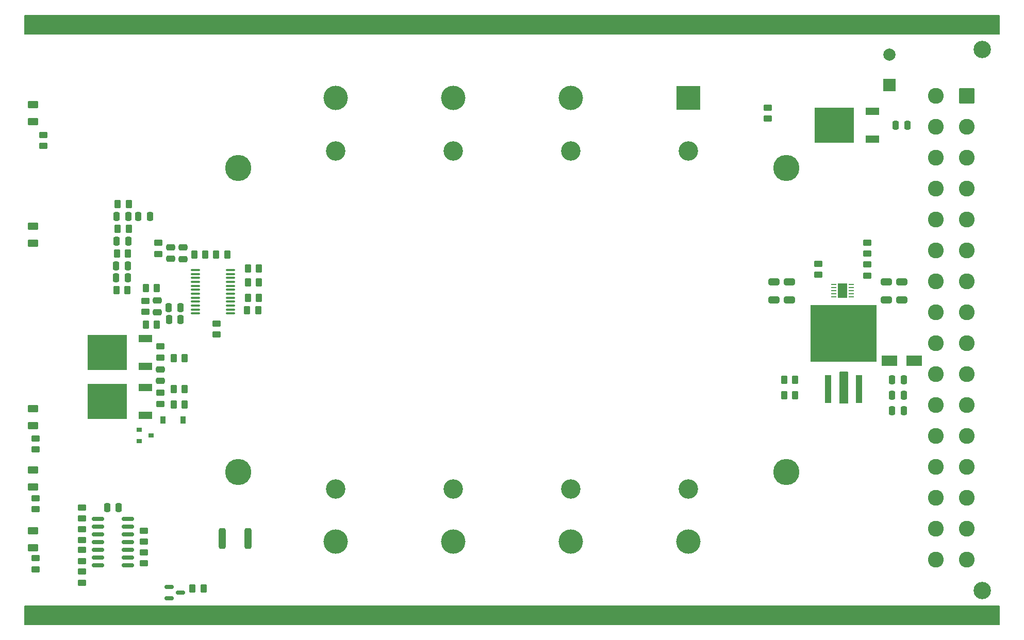
<source format=gbr>
G04 #@! TF.GenerationSoftware,KiCad,Pcbnew,(6.0.5)*
G04 #@! TF.CreationDate,2022-06-04T15:18:32+02:00*
G04 #@! TF.ProjectId,ADRmu_battery,4144526d-755f-4626-9174-746572792e6b,0.4*
G04 #@! TF.SameCoordinates,Original*
G04 #@! TF.FileFunction,Soldermask,Top*
G04 #@! TF.FilePolarity,Negative*
%FSLAX46Y46*%
G04 Gerber Fmt 4.6, Leading zero omitted, Abs format (unit mm)*
G04 Created by KiCad (PCBNEW (6.0.5)) date 2022-06-04 15:18:32*
%MOMM*%
%LPD*%
G01*
G04 APERTURE LIST*
G04 Aperture macros list*
%AMRoundRect*
0 Rectangle with rounded corners*
0 $1 Rounding radius*
0 $2 $3 $4 $5 $6 $7 $8 $9 X,Y pos of 4 corners*
0 Add a 4 corners polygon primitive as box body*
4,1,4,$2,$3,$4,$5,$6,$7,$8,$9,$2,$3,0*
0 Add four circle primitives for the rounded corners*
1,1,$1+$1,$2,$3*
1,1,$1+$1,$4,$5*
1,1,$1+$1,$6,$7*
1,1,$1+$1,$8,$9*
0 Add four rect primitives between the rounded corners*
20,1,$1+$1,$2,$3,$4,$5,0*
20,1,$1+$1,$4,$5,$6,$7,0*
20,1,$1+$1,$6,$7,$8,$9,0*
20,1,$1+$1,$8,$9,$2,$3,0*%
G04 Aperture macros list end*
%ADD10C,0.150000*%
%ADD11RoundRect,0.250000X0.250000X0.475000X-0.250000X0.475000X-0.250000X-0.475000X0.250000X-0.475000X0*%
%ADD12RoundRect,0.250000X-0.475000X0.250000X-0.475000X-0.250000X0.475000X-0.250000X0.475000X0.250000X0*%
%ADD13RoundRect,0.250000X-0.250000X-0.475000X0.250000X-0.475000X0.250000X0.475000X-0.250000X0.475000X0*%
%ADD14C,4.300000*%
%ADD15R,2.000000X2.000000*%
%ADD16C,2.000000*%
%ADD17R,2.200000X1.200000*%
%ADD18R,6.400000X5.800000*%
%ADD19RoundRect,0.150000X-0.825000X-0.150000X0.825000X-0.150000X0.825000X0.150000X-0.825000X0.150000X0*%
%ADD20RoundRect,0.250000X0.650000X-0.325000X0.650000X0.325000X-0.650000X0.325000X-0.650000X-0.325000X0*%
%ADD21RoundRect,0.250000X0.312500X1.450000X-0.312500X1.450000X-0.312500X-1.450000X0.312500X-1.450000X0*%
%ADD22RoundRect,0.250000X-0.262500X-0.450000X0.262500X-0.450000X0.262500X0.450000X-0.262500X0.450000X0*%
%ADD23C,3.200000*%
%ADD24R,4.000000X4.000000*%
%ADD25C,4.000000*%
%ADD26RoundRect,0.250000X0.450000X-0.262500X0.450000X0.262500X-0.450000X0.262500X-0.450000X-0.262500X0*%
%ADD27R,1.100000X4.600000*%
%ADD28R,10.800000X9.400000*%
%ADD29RoundRect,0.250000X-0.450000X0.262500X-0.450000X-0.262500X0.450000X-0.262500X0.450000X0.262500X0*%
%ADD30RoundRect,0.250000X-0.625000X0.375000X-0.625000X-0.375000X0.625000X-0.375000X0.625000X0.375000X0*%
%ADD31RoundRect,0.250000X0.262500X0.450000X-0.262500X0.450000X-0.262500X-0.450000X0.262500X-0.450000X0*%
%ADD32RoundRect,0.250000X0.475000X-0.250000X0.475000X0.250000X-0.475000X0.250000X-0.475000X-0.250000X0*%
%ADD33R,0.900000X1.200000*%
%ADD34RoundRect,0.150000X-0.587500X-0.150000X0.587500X-0.150000X0.587500X0.150000X-0.587500X0.150000X0*%
%ADD35R,0.900000X0.800000*%
%ADD36C,2.850000*%
%ADD37RoundRect,0.250000X-1.050000X1.050000X-1.050000X-1.050000X1.050000X-1.050000X1.050000X1.050000X0*%
%ADD38C,2.600000*%
%ADD39R,2.500000X1.800000*%
%ADD40RoundRect,0.100000X-0.637500X-0.100000X0.637500X-0.100000X0.637500X0.100000X-0.637500X0.100000X0*%
%ADD41RoundRect,0.062500X0.362500X0.062500X-0.362500X0.062500X-0.362500X-0.062500X0.362500X-0.062500X0*%
%ADD42R,1.650000X2.380000*%
G04 APERTURE END LIST*
D10*
X70000000Y-150000000D02*
X230000000Y-150000000D01*
X230000000Y-150000000D02*
X230000000Y-147000000D01*
X230000000Y-147000000D02*
X70000000Y-147000000D01*
X70000000Y-147000000D02*
X70000000Y-150000000D01*
G36*
X70000000Y-150000000D02*
G01*
X230000000Y-150000000D01*
X230000000Y-147000000D01*
X70000000Y-147000000D01*
X70000000Y-150000000D01*
G37*
X70000000Y-50000000D02*
X230000000Y-50000000D01*
X230000000Y-50000000D02*
X230000000Y-53000000D01*
X230000000Y-53000000D02*
X70000000Y-53000000D01*
X70000000Y-53000000D02*
X70000000Y-50000000D01*
G36*
X70000000Y-50000000D02*
G01*
X230000000Y-50000000D01*
X230000000Y-53000000D01*
X70000000Y-53000000D01*
X70000000Y-50000000D01*
G37*
X205105000Y-108585000D02*
X203835000Y-108585000D01*
X203835000Y-108585000D02*
X203835000Y-113665000D01*
X203835000Y-113665000D02*
X205105000Y-113665000D01*
X205105000Y-113665000D02*
X205105000Y-108585000D01*
G36*
X205105000Y-108585000D02*
G01*
X203835000Y-108585000D01*
X203835000Y-113665000D01*
X205105000Y-113665000D01*
X205105000Y-108585000D01*
G37*
D11*
G04 #@! TO.C,C110*
X95584865Y-99940000D03*
X93684865Y-99940000D03*
G04 #@! TD*
D12*
G04 #@! TO.C,C108*
X93968000Y-88068000D03*
X93968000Y-89968000D03*
G04 #@! TD*
D13*
G04 #@! TO.C,C116*
X212410000Y-114935000D03*
X214310000Y-114935000D03*
G04 #@! TD*
D14*
G04 #@! TO.C,H104*
X195000000Y-75000000D03*
G04 #@! TD*
D15*
G04 #@! TO.C,C113*
X212000000Y-61367677D03*
D16*
X212000000Y-56367677D03*
G04 #@! TD*
D17*
G04 #@! TO.C,Q102*
X89806500Y-115681000D03*
D18*
X83506500Y-113401000D03*
D17*
X89806500Y-111121000D03*
G04 #@! TD*
D19*
G04 #@! TO.C,U105*
X81980000Y-132715000D03*
X81980000Y-133985000D03*
X81980000Y-135255000D03*
X81980000Y-136525000D03*
X81980000Y-137795000D03*
X81980000Y-139065000D03*
X81980000Y-140335000D03*
X86930000Y-140335000D03*
X86930000Y-139065000D03*
X86930000Y-137795000D03*
X86930000Y-136525000D03*
X86930000Y-135255000D03*
X86930000Y-133985000D03*
X86930000Y-132715000D03*
G04 #@! TD*
D20*
G04 #@! TO.C,HS104*
X213995000Y-96725000D03*
X213995000Y-93775000D03*
G04 #@! TD*
D17*
G04 #@! TO.C,U103*
X209200000Y-70280000D03*
D18*
X202900000Y-68000000D03*
D17*
X209200000Y-65720000D03*
G04 #@! TD*
D21*
G04 #@! TO.C,F101*
X106680000Y-135890000D03*
X102405000Y-135890000D03*
G04 #@! TD*
D22*
G04 #@! TO.C,R107*
X89844000Y-94765000D03*
X91669000Y-94765000D03*
G04 #@! TD*
D23*
G04 #@! TO.C,B101*
X159650000Y-127805000D03*
X178950000Y-127805000D03*
X140350000Y-127805000D03*
X178950000Y-72195000D03*
X140350000Y-72195000D03*
X121050000Y-127805000D03*
X121050000Y-72195000D03*
X159650000Y-72195000D03*
D24*
X178950000Y-63550000D03*
D25*
X178950000Y-136450000D03*
X159650000Y-63550000D03*
X159650000Y-136450000D03*
X140350000Y-63550000D03*
X140350000Y-136450000D03*
X121050000Y-63550000D03*
X121050000Y-136450000D03*
G04 #@! TD*
D22*
G04 #@! TO.C,R120*
X101437500Y-89272000D03*
X103262500Y-89272000D03*
G04 #@! TD*
D11*
G04 #@! TO.C,C117*
X85405000Y-130810000D03*
X83505000Y-130810000D03*
G04 #@! TD*
D22*
G04 #@! TO.C,R129*
X97512500Y-144145000D03*
X99337500Y-144145000D03*
G04 #@! TD*
D20*
G04 #@! TO.C,HS103*
X211455000Y-96725000D03*
X211455000Y-93775000D03*
G04 #@! TD*
D26*
G04 #@! TO.C,R135*
X79375000Y-143152500D03*
X79375000Y-141327500D03*
G04 #@! TD*
D27*
G04 #@! TO.C,U104*
X201930000Y-111385000D03*
D28*
X204470000Y-102235000D03*
D27*
X207010000Y-111385000D03*
G04 #@! TD*
D29*
G04 #@! TO.C,R108*
X89756500Y-96852500D03*
X89756500Y-98677500D03*
G04 #@! TD*
D22*
G04 #@! TO.C,R105*
X85134500Y-89051000D03*
X86959500Y-89051000D03*
G04 #@! TD*
D26*
G04 #@! TO.C,R137*
X89535000Y-139977500D03*
X89535000Y-138152500D03*
G04 #@! TD*
D29*
G04 #@! TO.C,R127*
X71755000Y-129262500D03*
X71755000Y-131087500D03*
G04 #@! TD*
D17*
G04 #@! TO.C,Q101*
X89806500Y-107631000D03*
D18*
X83506500Y-105351000D03*
D17*
X89806500Y-103071000D03*
G04 #@! TD*
D30*
G04 #@! TO.C,D103*
X71375000Y-84600000D03*
X71375000Y-87400000D03*
G04 #@! TD*
D11*
G04 #@! TO.C,C112*
X214900000Y-68000000D03*
X213000000Y-68000000D03*
G04 #@! TD*
D14*
G04 #@! TO.C,H101*
X195000000Y-125000000D03*
G04 #@! TD*
D31*
G04 #@! TO.C,R130*
X196492500Y-109855000D03*
X194667500Y-109855000D03*
G04 #@! TD*
D26*
G04 #@! TO.C,R118*
X101500000Y-102412500D03*
X101500000Y-100587500D03*
G04 #@! TD*
D31*
G04 #@! TO.C,R119*
X108342500Y-98416000D03*
X106517500Y-98416000D03*
G04 #@! TD*
D32*
G04 #@! TO.C,C106*
X96000000Y-90000000D03*
X96000000Y-88100000D03*
G04 #@! TD*
D26*
G04 #@! TO.C,R134*
X79375000Y-139620000D03*
X79375000Y-137795000D03*
G04 #@! TD*
D29*
G04 #@! TO.C,R123*
X208290000Y-87267500D03*
X208290000Y-89092500D03*
G04 #@! TD*
D33*
G04 #@! TO.C,D101*
X92675500Y-116450000D03*
X95975500Y-116450000D03*
G04 #@! TD*
D29*
G04 #@! TO.C,R124*
X208290000Y-90855000D03*
X208290000Y-92680000D03*
G04 #@! TD*
D14*
G04 #@! TO.C,H102*
X105000000Y-75000000D03*
G04 #@! TD*
D22*
G04 #@! TO.C,R104*
X85238000Y-84987000D03*
X87063000Y-84987000D03*
G04 #@! TD*
D30*
G04 #@! TO.C,D112*
X71375000Y-114600000D03*
X71375000Y-117400000D03*
G04 #@! TD*
D22*
G04 #@! TO.C,R116*
X106621000Y-93844000D03*
X108446000Y-93844000D03*
G04 #@! TD*
D29*
G04 #@! TO.C,R122*
X200290000Y-90767500D03*
X200290000Y-92592500D03*
G04 #@! TD*
D34*
G04 #@! TO.C,D105*
X93677500Y-143830000D03*
X93677500Y-145730000D03*
X95552500Y-144780000D03*
G04 #@! TD*
D22*
G04 #@! TO.C,R115*
X106621000Y-91558000D03*
X108446000Y-91558000D03*
G04 #@! TD*
D29*
G04 #@! TO.C,R102*
X91936000Y-87343500D03*
X91936000Y-89168500D03*
G04 #@! TD*
D11*
G04 #@! TO.C,C107*
X95534865Y-97940000D03*
X93634865Y-97940000D03*
G04 #@! TD*
D22*
G04 #@! TO.C,R110*
X94429000Y-106290000D03*
X96254000Y-106290000D03*
G04 #@! TD*
G04 #@! TO.C,R109*
X89844000Y-100765000D03*
X91669000Y-100765000D03*
G04 #@! TD*
D12*
G04 #@! TO.C,C111*
X92293500Y-108134000D03*
X92293500Y-110034000D03*
G04 #@! TD*
D35*
G04 #@! TO.C,D102*
X88753500Y-119940000D03*
X90753500Y-118990000D03*
X88753500Y-118040000D03*
G04 #@! TD*
D26*
G04 #@! TO.C,R132*
X79375000Y-132635000D03*
X79375000Y-130810000D03*
G04 #@! TD*
D31*
G04 #@! TO.C,R101*
X99659500Y-89272000D03*
X97834500Y-89272000D03*
G04 #@! TD*
D20*
G04 #@! TO.C,HS101*
X193040000Y-96725000D03*
X193040000Y-93775000D03*
G04 #@! TD*
D13*
G04 #@! TO.C,C115*
X212410000Y-109855000D03*
X214310000Y-109855000D03*
G04 #@! TD*
D31*
G04 #@! TO.C,R117*
X108446000Y-96384000D03*
X106621000Y-96384000D03*
G04 #@! TD*
D36*
G04 #@! TO.C,J101*
X227240000Y-144450000D03*
X227240000Y-55550000D03*
D37*
X224700000Y-63170000D03*
D38*
X224700000Y-68250000D03*
X224700000Y-73330000D03*
X224700000Y-78410000D03*
X224700000Y-83490000D03*
X224700000Y-88570000D03*
X224700000Y-93650000D03*
X224700000Y-98730000D03*
X224700000Y-103810000D03*
X224700000Y-108890000D03*
X224700000Y-113970000D03*
X224700000Y-119050000D03*
X224700000Y-124130000D03*
X224700000Y-129210000D03*
X224700000Y-134290000D03*
X224700000Y-139370000D03*
X219620000Y-63170000D03*
X219620000Y-68250000D03*
X219620000Y-73330000D03*
X219620000Y-78410000D03*
X219620000Y-83490000D03*
X219620000Y-88570000D03*
X219620000Y-93650000D03*
X219620000Y-98730000D03*
X219620000Y-103810000D03*
X219620000Y-108890000D03*
X219620000Y-113970000D03*
X219620000Y-119050000D03*
X219620000Y-124130000D03*
X219620000Y-129210000D03*
X219620000Y-134290000D03*
X219620000Y-139370000D03*
G04 #@! TD*
D26*
G04 #@! TO.C,R121*
X192000000Y-66912500D03*
X192000000Y-65087500D03*
G04 #@! TD*
D31*
G04 #@! TO.C,R112*
X96254000Y-113910000D03*
X94429000Y-113910000D03*
G04 #@! TD*
D39*
G04 #@! TO.C,D116*
X211995000Y-106680000D03*
X215995000Y-106680000D03*
G04 #@! TD*
D11*
G04 #@! TO.C,C102*
X86997000Y-82955000D03*
X85097000Y-82955000D03*
G04 #@! TD*
D30*
G04 #@! TO.C,D106*
X71375000Y-134600000D03*
X71375000Y-137400000D03*
G04 #@! TD*
D31*
G04 #@! TO.C,R114*
X96254000Y-111370000D03*
X94429000Y-111370000D03*
G04 #@! TD*
D11*
G04 #@! TO.C,C103*
X86997000Y-87019000D03*
X85097000Y-87019000D03*
G04 #@! TD*
D13*
G04 #@! TO.C,C114*
X212410000Y-112395000D03*
X214310000Y-112395000D03*
G04 #@! TD*
D12*
G04 #@! TO.C,C109*
X91756500Y-96815000D03*
X91756500Y-98715000D03*
G04 #@! TD*
D31*
G04 #@! TO.C,R106*
X86856000Y-95114000D03*
X85031000Y-95114000D03*
G04 #@! TD*
D26*
G04 #@! TO.C,R133*
X79375000Y-136167500D03*
X79375000Y-134342500D03*
G04 #@! TD*
D22*
G04 #@! TO.C,R131*
X194667500Y-112395000D03*
X196492500Y-112395000D03*
G04 #@! TD*
D29*
G04 #@! TO.C,R111*
X92293500Y-104361500D03*
X92293500Y-106186500D03*
G04 #@! TD*
D40*
G04 #@! TO.C,U101*
X98007000Y-91779000D03*
X98007000Y-92429000D03*
X98007000Y-93079000D03*
X98007000Y-93729000D03*
X98007000Y-94379000D03*
X98007000Y-95029000D03*
X98007000Y-95679000D03*
X98007000Y-96329000D03*
X98007000Y-96979000D03*
X98007000Y-97629000D03*
X98007000Y-98279000D03*
X98007000Y-98929000D03*
X103732000Y-98929000D03*
X103732000Y-98279000D03*
X103732000Y-97629000D03*
X103732000Y-96979000D03*
X103732000Y-96329000D03*
X103732000Y-95679000D03*
X103732000Y-95029000D03*
X103732000Y-94379000D03*
X103732000Y-93729000D03*
X103732000Y-93079000D03*
X103732000Y-92429000D03*
X103732000Y-91779000D03*
G04 #@! TD*
D30*
G04 #@! TO.C,D104*
X71375000Y-64600000D03*
X71375000Y-67400000D03*
G04 #@! TD*
D22*
G04 #@! TO.C,R103*
X85238000Y-80923000D03*
X87063000Y-80923000D03*
G04 #@! TD*
D29*
G04 #@! TO.C,R126*
X71755000Y-139145000D03*
X71755000Y-140970000D03*
G04 #@! TD*
D26*
G04 #@! TO.C,R136*
X89535000Y-136445000D03*
X89535000Y-134620000D03*
G04 #@! TD*
D14*
G04 #@! TO.C,H103*
X105000000Y-125000000D03*
G04 #@! TD*
D29*
G04 #@! TO.C,R128*
X71755000Y-119460000D03*
X71755000Y-121285000D03*
G04 #@! TD*
D30*
G04 #@! TO.C,D109*
X71375000Y-124600000D03*
X71375000Y-127400000D03*
G04 #@! TD*
D11*
G04 #@! TO.C,C105*
X86893500Y-93082000D03*
X84993500Y-93082000D03*
G04 #@! TD*
D26*
G04 #@! TO.C,R125*
X73025000Y-71397500D03*
X73025000Y-69572500D03*
G04 #@! TD*
D11*
G04 #@! TO.C,C101*
X90553000Y-82955000D03*
X88653000Y-82955000D03*
G04 #@! TD*
D41*
G04 #@! TO.C,U102*
X205740000Y-96180000D03*
X205740000Y-95680000D03*
X205740000Y-95180000D03*
X205740000Y-94680000D03*
X205740000Y-94180000D03*
X202840000Y-94180000D03*
X202840000Y-94680000D03*
X202840000Y-95180000D03*
X202840000Y-95680000D03*
X202840000Y-96180000D03*
D42*
X204290000Y-95180000D03*
G04 #@! TD*
D11*
G04 #@! TO.C,C104*
X86893500Y-91083000D03*
X84993500Y-91083000D03*
G04 #@! TD*
D29*
G04 #@! TO.C,R113*
X92293500Y-111981500D03*
X92293500Y-113806500D03*
G04 #@! TD*
D20*
G04 #@! TO.C,HS102*
X195580000Y-96725000D03*
X195580000Y-93775000D03*
G04 #@! TD*
M02*

</source>
